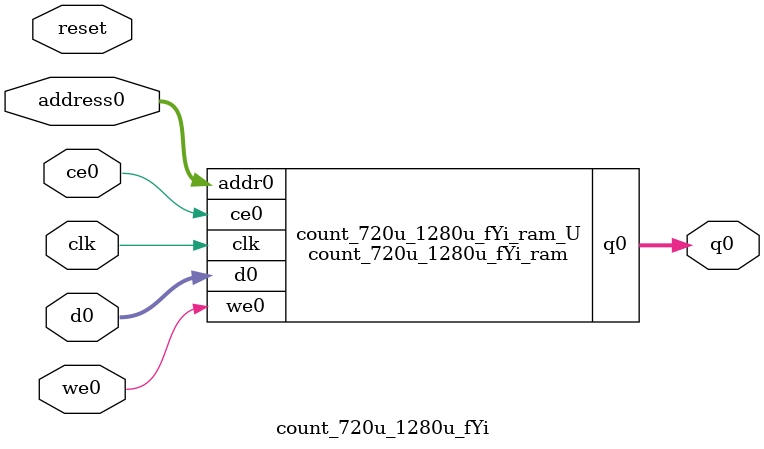
<source format=v>
`timescale 1 ns / 1 ps
module count_720u_1280u_fYi_ram (addr0, ce0, d0, we0, q0,  clk);

parameter DWIDTH = 12;
parameter AWIDTH = 10;
parameter MEM_SIZE = 720;

input[AWIDTH-1:0] addr0;
input ce0;
input[DWIDTH-1:0] d0;
input we0;
output reg[DWIDTH-1:0] q0;
input clk;

reg [DWIDTH-1:0] ram[0:MEM_SIZE-1];




always @(posedge clk)  
begin 
    if (ce0) 
    begin
        if (we0) 
        begin 
            ram[addr0] <= d0; 
        end 
        q0 <= ram[addr0];
    end
end


endmodule

`timescale 1 ns / 1 ps
module count_720u_1280u_fYi(
    reset,
    clk,
    address0,
    ce0,
    we0,
    d0,
    q0);

parameter DataWidth = 32'd12;
parameter AddressRange = 32'd720;
parameter AddressWidth = 32'd10;
input reset;
input clk;
input[AddressWidth - 1:0] address0;
input ce0;
input we0;
input[DataWidth - 1:0] d0;
output[DataWidth - 1:0] q0;



count_720u_1280u_fYi_ram count_720u_1280u_fYi_ram_U(
    .clk( clk ),
    .addr0( address0 ),
    .ce0( ce0 ),
    .we0( we0 ),
    .d0( d0 ),
    .q0( q0 ));

endmodule


</source>
